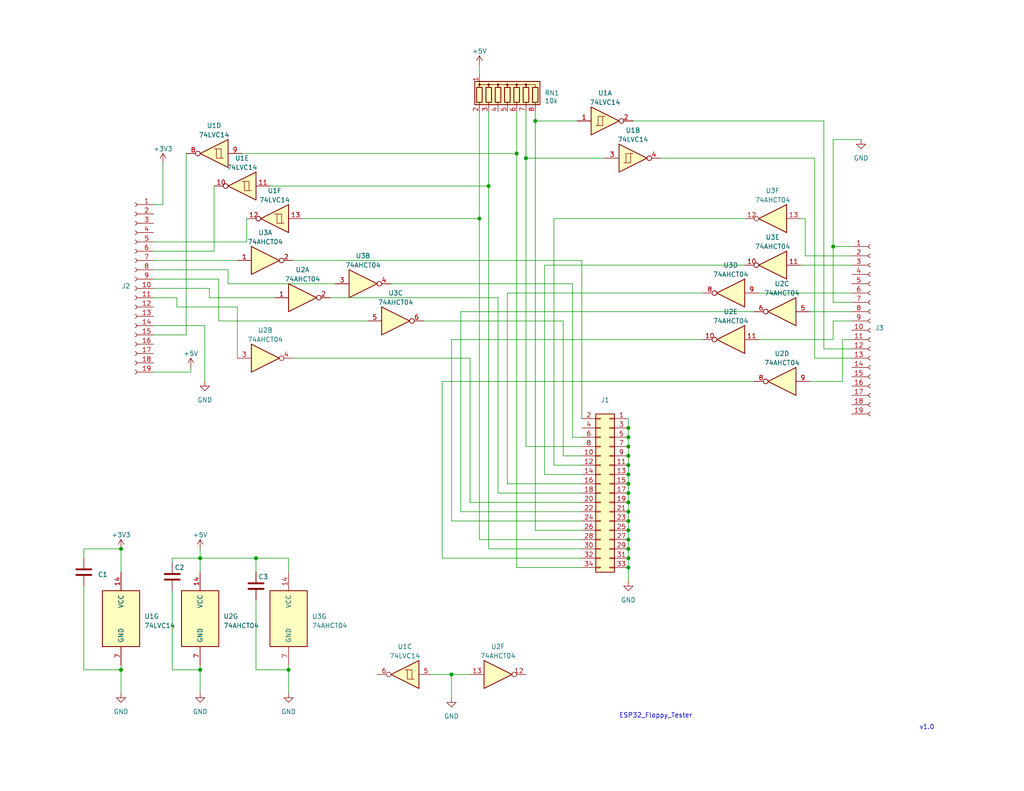
<source format=kicad_sch>
(kicad_sch (version 20230121) (generator eeschema)
  (paper "USLetter")
  (lib_symbols
    (symbol "Connector:Conn_01x19_Socket" (pin_names (offset 1.016) hide)
      (property "Reference" "J" (at 0 25.4 0))
      (property "Value" "Conn_01x19_Socket" (at 0 -25.4 0))
      (symbol "Conn_01x19_Socket_1_1"
        (arc (start 0 -22.352) (mid -0.5058 -22.86) (end 0 -23.368) (stroke (width 0.1524)))
        (arc (start 0 -19.812) (mid -0.5058 -20.32) (end 0 -20.828) (stroke (width 0.1524)))
        (arc (start 0 -17.272) (mid -0.5058 -17.78) (end 0 -18.288) (stroke (width 0.1524)))
        (arc (start 0 -14.732) (mid -0.5058 -15.24) (end 0 -15.748) (stroke (width 0.1524)))
        (arc (start 0 -12.192) (mid -0.5058 -12.7) (end 0 -13.208) (stroke (width 0.1524)))
        (arc (start 0 -9.652) (mid -0.5058 -10.16) (end 0 -10.668) (stroke (width 0.1524)))
        (arc (start 0 -7.112) (mid -0.5058 -7.62) (end 0 -8.128) (stroke (width 0.1524)))
        (arc (start 0 -4.572) (mid -0.5058 -5.08) (end 0 -5.588) (stroke (width 0.1524)))
        (arc (start 0 -2.032) (mid -0.5058 -2.54) (end 0 -3.048) (stroke (width 0.1524)))
        (polyline (pts (xy -1.27 -22.86) (xy -0.508 -22.86)) (stroke (width 0.1524)))
        (polyline (pts (xy -1.27 -20.32) (xy -0.508 -20.32)) (stroke (width 0.1524)))
        (polyline (pts (xy -1.27 -17.78) (xy -0.508 -17.78)) (stroke (width 0.1524)))
        (polyline (pts (xy -1.27 -15.24) (xy -0.508 -15.24)) (stroke (width 0.1524)))
        (polyline (pts (xy -1.27 -12.7) (xy -0.508 -12.7)) (stroke (width 0.1524)))
        (polyline (pts (xy -1.27 -10.16) (xy -0.508 -10.16)) (stroke (width 0.1524)))
        (polyline (pts (xy -1.27 -7.62) (xy -0.508 -7.62)) (stroke (width 0.1524)))
        (polyline (pts (xy -1.27 -5.08) (xy -0.508 -5.08)) (stroke (width 0.1524)))
        (polyline (pts (xy -1.27 -2.54) (xy -0.508 -2.54)) (stroke (width 0.1524)))
        (polyline (pts (xy -1.27 0) (xy -0.508 0)) (stroke (width 0.1524)))
        (polyline (pts (xy -1.27 2.54) (xy -0.508 2.54)) (stroke (width 0.1524)))
        (polyline (pts (xy -1.27 5.08) (xy -0.508 5.08)) (stroke (width 0.1524)))
        (polyline (pts (xy -1.27 7.62) (xy -0.508 7.62)) (stroke (width 0.1524)))
        (polyline (pts (xy -1.27 10.16) (xy -0.508 10.16)) (stroke (width 0.1524)))
        (polyline (pts (xy -1.27 12.7) (xy -0.508 12.7)) (stroke (width 0.1524)))
        (polyline (pts (xy -1.27 15.24) (xy -0.508 15.24)) (stroke (width 0.1524)))
        (polyline (pts (xy -1.27 17.78) (xy -0.508 17.78)) (stroke (width 0.1524)))
        (polyline (pts (xy -1.27 20.32) (xy -0.508 20.32)) (stroke (width 0.1524)))
        (polyline (pts (xy -1.27 22.86) (xy -0.508 22.86)) (stroke (width 0.1524)))
        (arc (start 0 0.508) (mid -0.5058 0) (end 0 -0.508) (stroke (width 0.1524)))
        (arc (start 0 3.048) (mid -0.5058 2.54) (end 0 2.032) (stroke (width 0.1524)))
        (arc (start 0 5.588) (mid -0.5058 5.08) (end 0 4.572) (stroke (width 0.1524)))
        (arc (start 0 8.128) (mid -0.5058 7.62) (end 0 7.112) (stroke (width 0.1524)))
        (arc (start 0 10.668) (mid -0.5058 10.16) (end 0 9.652) (stroke (width 0.1524)))
        (arc (start 0 13.208) (mid -0.5058 12.7) (end 0 12.192) (stroke (width 0.1524)))
        (arc (start 0 15.748) (mid -0.5058 15.24) (end 0 14.732) (stroke (width 0.1524)))
        (arc (start 0 18.288) (mid -0.5058 17.78) (end 0 17.272) (stroke (width 0.1524)))
        (arc (start 0 20.828) (mid -0.5058 20.32) (end 0 19.812) (stroke (width 0.1524)))
        (arc (start 0 23.368) (mid -0.5058 22.86) (end 0 22.352) (stroke (width 0.1524)))
        (pin passive line (at -5.08 22.86 0) (length 3.81) (name "Pin_1") (number "1"))
        (pin passive line (at -5.08 0 0) (length 3.81) (name "Pin_10") (number "10"))
        (pin passive line (at -5.08 -2.54 0) (length 3.81) (name "Pin_11") (number "11"))
        (pin passive line (at -5.08 -5.08 0) (length 3.81) (name "Pin_12") (number "12"))
        (pin passive line (at -5.08 -7.62 0) (length 3.81) (name "Pin_13") (number "13"))
        (pin passive line (at -5.08 -10.16 0) (length 3.81) (name "Pin_14") (number "14"))
        (pin passive line (at -5.08 -12.7 0) (length 3.81) (name "Pin_15") (number "15"))
        (pin passive line (at -5.08 -15.24 0) (length 3.81) (name "Pin_16") (number "16"))
        (pin passive line (at -5.08 -17.78 0) (length 3.81) (name "Pin_17") (number "17"))
        (pin passive line (at -5.08 -20.32 0) (length 3.81) (name "Pin_18") (number "18"))
        (pin passive line (at -5.08 -22.86 0) (length 3.81) (name "Pin_19") (number "19"))
        (pin passive line (at -5.08 20.32 0) (length 3.81) (name "Pin_2") (number "2"))
        (pin passive line (at -5.08 17.78 0) (length 3.81) (name "Pin_3") (number "3"))
        (pin passive line (at -5.08 15.24 0) (length 3.81) (name "Pin_4") (number "4"))
        (pin passive line (at -5.08 12.7 0) (length 3.81) (name "Pin_5") (number "5"))
        (pin passive line (at -5.08 10.16 0) (length 3.81) (name "Pin_6") (number "6"))
        (pin passive line (at -5.08 7.62 0) (length 3.81) (name "Pin_7") (number "7"))
        (pin passive line (at -5.08 5.08 0) (length 3.81) (name "Pin_8") (number "8"))
        (pin passive line (at -5.08 2.54 0) (length 3.81) (name "Pin_9") (number "9"))
      )
    )
    (symbol "Connector_Generic:Conn_02x17_Odd_Even" (pin_names (offset 1.016) hide)
      (property "Reference" "J" (at 1.27 22.86 0))
      (property "Value" "Conn_02x17_Odd_Even" (at 1.27 -22.86 0))
      (symbol "Conn_02x17_Odd_Even_1_1"
        (rectangle (start -1.27 -20.193) (end 0 -20.447) (stroke (width 0.1524)))
        (rectangle (start -1.27 -17.653) (end 0 -17.907) (stroke (width 0.1524)))
        (rectangle (start -1.27 -15.113) (end 0 -15.367) (stroke (width 0.1524)))
        (rectangle (start -1.27 -12.573) (end 0 -12.827) (stroke (width 0.1524)))
        (rectangle (start -1.27 -10.033) (end 0 -10.287) (stroke (width 0.1524)))
        (rectangle (start -1.27 -7.493) (end 0 -7.747) (stroke (width 0.1524)))
        (rectangle (start -1.27 -4.953) (end 0 -5.207) (stroke (width 0.1524)))
        (rectangle (start -1.27 -2.413) (end 0 -2.667) (stroke (width 0.1524)))
        (rectangle (start -1.27 0.127) (end 0 -0.127) (stroke (width 0.1524)))
        (rectangle (start -1.27 2.667) (end 0 2.413) (stroke (width 0.1524)))
        (rectangle (start -1.27 5.207) (end 0 4.953) (stroke (width 0.1524)))
        (rectangle (start -1.27 7.747) (end 0 7.493) (stroke (width 0.1524)))
        (rectangle (start -1.27 10.287) (end 0 10.033) (stroke (width 0.1524)))
        (rectangle (start -1.27 12.827) (end 0 12.573) (stroke (width 0.1524)))
        (rectangle (start -1.27 15.367) (end 0 15.113) (stroke (width 0.1524)))
        (rectangle (start -1.27 17.907) (end 0 17.653) (stroke (width 0.1524)))
        (rectangle (start -1.27 20.447) (end 0 20.193) (stroke (width 0.1524)))
        (rectangle (start -1.27 21.59) (end 3.81 -21.59) (stroke (width 0.254)) (fill (type background)))
        (rectangle (start 3.81 -20.193) (end 2.54 -20.447) (stroke (width 0.1524)))
        (rectangle (start 3.81 -17.653) (end 2.54 -17.907) (stroke (width 0.1524)))
        (rectangle (start 3.81 -15.113) (end 2.54 -15.367) (stroke (width 0.1524)))
        (rectangle (start 3.81 -12.573) (end 2.54 -12.827) (stroke (width 0.1524)))
        (rectangle (start 3.81 -10.033) (end 2.54 -10.287) (stroke (width 0.1524)))
        (rectangle (start 3.81 -7.493) (end 2.54 -7.747) (stroke (width 0.1524)))
        (rectangle (start 3.81 -4.953) (end 2.54 -5.207) (stroke (width 0.1524)))
        (rectangle (start 3.81 -2.413) (end 2.54 -2.667) (stroke (width 0.1524)))
        (rectangle (start 3.81 0.127) (end 2.54 -0.127) (stroke (width 0.1524)))
        (rectangle (start 3.81 2.667) (end 2.54 2.413) (stroke (width 0.1524)))
        (rectangle (start 3.81 5.207) (end 2.54 4.953) (stroke (width 0.1524)))
        (rectangle (start 3.81 7.747) (end 2.54 7.493) (stroke (width 0.1524)))
        (rectangle (start 3.81 10.287) (end 2.54 10.033) (stroke (width 0.1524)))
        (rectangle (start 3.81 12.827) (end 2.54 12.573) (stroke (width 0.1524)))
        (rectangle (start 3.81 15.367) (end 2.54 15.113) (stroke (width 0.1524)))
        (rectangle (start 3.81 17.907) (end 2.54 17.653) (stroke (width 0.1524)))
        (rectangle (start 3.81 20.447) (end 2.54 20.193) (stroke (width 0.1524)))
        (pin passive line (at -5.08 20.32 0) (length 3.81) (name "Pin_1") (number "1"))
        (pin passive line (at 7.62 10.16 180) (length 3.81) (name "Pin_10") (number "10"))
        (pin passive line (at -5.08 7.62 0) (length 3.81) (name "Pin_11") (number "11"))
        (pin passive line (at 7.62 7.62 180) (length 3.81) (name "Pin_12") (number "12"))
        (pin passive line (at -5.08 5.08 0) (length 3.81) (name "Pin_13") (number "13"))
        (pin passive line (at 7.62 5.08 180) (length 3.81) (name "Pin_14") (number "14"))
        (pin passive line (at -5.08 2.54 0) (length 3.81) (name "Pin_15") (number "15"))
        (pin passive line (at 7.62 2.54 180) (length 3.81) (name "Pin_16") (number "16"))
        (pin passive line (at -5.08 0 0) (length 3.81) (name "Pin_17") (number "17"))
        (pin passive line (at 7.62 0 180) (length 3.81) (name "Pin_18") (number "18"))
        (pin passive line (at -5.08 -2.54 0) (length 3.81) (name "Pin_19") (number "19"))
        (pin passive line (at 7.62 20.32 180) (length 3.81) (name "Pin_2") (number "2"))
        (pin passive line (at 7.62 -2.54 180) (length 3.81) (name "Pin_20") (number "20"))
        (pin passive line (at -5.08 -5.08 0) (length 3.81) (name "Pin_21") (number "21"))
        (pin passive line (at 7.62 -5.08 180) (length 3.81) (name "Pin_22") (number "22"))
        (pin passive line (at -5.08 -7.62 0) (length 3.81) (name "Pin_23") (number "23"))
        (pin passive line (at 7.62 -7.62 180) (length 3.81) (name "Pin_24") (number "24"))
        (pin passive line (at -5.08 -10.16 0) (length 3.81) (name "Pin_25") (number "25"))
        (pin passive line (at 7.62 -10.16 180) (length 3.81) (name "Pin_26") (number "26"))
        (pin passive line (at -5.08 -12.7 0) (length 3.81) (name "Pin_27") (number "27"))
        (pin passive line (at 7.62 -12.7 180) (length 3.81) (name "Pin_28") (number "28"))
        (pin passive line (at -5.08 -15.24 0) (length 3.81) (name "Pin_29") (number "29"))
        (pin passive line (at -5.08 17.78 0) (length 3.81) (name "Pin_3") (number "3"))
        (pin passive line (at 7.62 -15.24 180) (length 3.81) (name "Pin_30") (number "30"))
        (pin passive line (at -5.08 -17.78 0) (length 3.81) (name "Pin_31") (number "31"))
        (pin passive line (at 7.62 -17.78 180) (length 3.81) (name "Pin_32") (number "32"))
        (pin passive line (at -5.08 -20.32 0) (length 3.81) (name "Pin_33") (number "33"))
        (pin passive line (at 7.62 -20.32 180) (length 3.81) (name "Pin_34") (number "34"))
        (pin passive line (at 7.62 17.78 180) (length 3.81) (name "Pin_4") (number "4"))
        (pin passive line (at -5.08 15.24 0) (length 3.81) (name "Pin_5") (number "5"))
        (pin passive line (at 7.62 15.24 180) (length 3.81) (name "Pin_6") (number "6"))
        (pin passive line (at -5.08 12.7 0) (length 3.81) (name "Pin_7") (number "7"))
        (pin passive line (at 7.62 12.7 180) (length 3.81) (name "Pin_8") (number "8"))
        (pin passive line (at -5.08 10.16 0) (length 3.81) (name "Pin_9") (number "9"))
      )
    )
    (symbol "Device:C" (pin_numbers hide) (pin_names (offset 0.254))
      (property "Reference" "C" (at 0.635 2.54 0))
      (property "Value" "C" (at 0.635 -2.54 0))
      (symbol "C_0_1"
        (polyline (pts (xy -2.032 -0.762) (xy 2.032 -0.762)) (stroke (width 0.508)))
        (polyline (pts (xy -2.032 0.762) (xy 2.032 0.762)) (stroke (width 0.508)))
      )
      (symbol "C_1_1"
        (pin passive line (at 0 3.81 270) (length 2.794) (name "~") (number "1"))
        (pin passive line (at 0 -3.81 90) (length 2.794) (name "~") (number "2"))
      )
    )
    (symbol "Device:R_Network07" (pin_names (offset 0) hide)
      (property "Reference" "RN" (at -10.16 0 90))
      (property "Value" "R_Network07" (at 10.16 0 90))
      (symbol "R_Network07_0_1"
        (rectangle (start -8.89 -3.175) (end 8.89 3.175) (stroke (width 0.254)) (fill (type background)))
        (rectangle (start -8.382 1.524) (end -6.858 -2.54) (stroke (width 0.254)))
        (circle (center -7.62 2.286) (radius 0.254) (fill (type outline)))
        (rectangle (start -5.842 1.524) (end -4.318 -2.54) (stroke (width 0.254)))
        (circle (center -5.08 2.286) (radius 0.254) (fill (type outline)))
        (rectangle (start -3.302 1.524) (end -1.778 -2.54) (stroke (width 0.254)))
        (circle (center -2.54 2.286) (radius 0.254) (fill (type outline)))
        (rectangle (start -0.762 1.524) (end 0.762 -2.54) (stroke (width 0.254)))
        (polyline (pts (xy -7.62 -2.54) (xy -7.62 -3.81)))
        (polyline (pts (xy -5.08 -2.54) (xy -5.08 -3.81)))
        (polyline (pts (xy -2.54 -2.54) (xy -2.54 -3.81)))
        (polyline (pts (xy 0 -2.54) (xy 0 -3.81)))
        (polyline (pts (xy 2.54 -2.54) (xy 2.54 -3.81)))
        (polyline (pts (xy 5.08 -2.54) (xy 5.08 -3.81)))
        (polyline (pts (xy 7.62 -2.54) (xy 7.62 -3.81)))
        (polyline (pts (xy -7.62 1.524) (xy -7.62 2.286) (xy -5.08 2.286) (xy -5.08 1.524)))
        (polyline (pts (xy -5.08 1.524) (xy -5.08 2.286) (xy -2.54 2.286) (xy -2.54 1.524)))
        (polyline (pts (xy -2.54 1.524) (xy -2.54 2.286) (xy 0 2.286) (xy 0 1.524)))
        (polyline (pts (xy 0 1.524) (xy 0 2.286) (xy 2.54 2.286) (xy 2.54 1.524)))
        (polyline (pts (xy 2.54 1.524) (xy 2.54 2.286) (xy 5.08 2.286) (xy 5.08 1.524)))
        (polyline (pts (xy 5.08 1.524) (xy 5.08 2.286) (xy 7.62 2.286) (xy 7.62 1.524)))
        (circle (center 0 2.286) (radius 0.254) (fill (type outline)))
        (rectangle (start 1.778 1.524) (end 3.302 -2.54) (stroke (width 0.254)))
        (circle (center 2.54 2.286) (radius 0.254) (fill (type outline)))
        (rectangle (start 4.318 1.524) (end 5.842 -2.54) (stroke (width 0.254)))
        (circle (center 5.08 2.286) (radius 0.254) (fill (type outline)))
        (rectangle (start 6.858 1.524) (end 8.382 -2.54) (stroke (width 0.254)))
      )
      (symbol "R_Network07_1_1"
        (pin passive line (at -7.62 5.08 270) (length 2.54) (name "common") (number "1"))
        (pin passive line (at -7.62 -5.08 90) (length 1.27) (name "R1") (number "2"))
        (pin passive line (at -5.08 -5.08 90) (length 1.27) (name "R2") (number "3"))
        (pin passive line (at -2.54 -5.08 90) (length 1.27) (name "R3") (number "4"))
        (pin passive line (at 0 -5.08 90) (length 1.27) (name "R4") (number "5"))
        (pin passive line (at 2.54 -5.08 90) (length 1.27) (name "R5") (number "6"))
        (pin passive line (at 5.08 -5.08 90) (length 1.27) (name "R6") (number "7"))
        (pin passive line (at 7.62 -5.08 90) (length 1.27) (name "R7") (number "8"))
      )
    )
    (symbol "_RG_Library:74AHCT04" (pin_names (offset 1.016))
      (property "Reference" "U" (at 0 1.27 0))
      (property "Value" "74AHCT04" (at 0 -1.27 0))
      (symbol "74AHCT04_1_0"
        (polyline (pts (xy -3.81 3.81) (xy -3.81 -3.81) (xy 3.81 0) (xy -3.81 3.81)) (stroke (width 0.254)) (fill (type background)))
        (pin input line (at -7.62 0 0) (length 3.81) (name "~") (number "1"))
        (pin output inverted (at 7.62 0 180) (length 3.81) (name "~") (number "2"))
      )
      (symbol "74AHCT04_2_0"
        (polyline (pts (xy -3.81 3.81) (xy -3.81 -3.81) (xy 3.81 0) (xy -3.81 3.81)) (stroke (width 0.254)) (fill (type background)))
        (pin input line (at -7.62 0 0) (length 3.81) (name "~") (number "3"))
        (pin output inverted (at 7.62 0 180) (length 3.81) (name "~") (number "4"))
      )
      (symbol "74AHCT04_3_0"
        (polyline (pts (xy -3.81 3.81) (xy -3.81 -3.81) (xy 3.81 0) (xy -3.81 3.81)) (stroke (width 0.254)) (fill (type background)))
        (pin input line (at -7.62 0 0) (length 3.81) (name "~") (number "5"))
        (pin output inverted (at 7.62 0 180) (length 3.81) (name "~") (number "6"))
      )
      (symbol "74AHCT04_4_0"
        (polyline (pts (xy -3.81 3.81) (xy -3.81 -3.81) (xy 3.81 0) (xy -3.81 3.81)) (stroke (width 0.254)) (fill (type background)))
        (pin output inverted (at 7.62 0 180) (length 3.81) (name "~") (number "8"))
        (pin input line (at -7.62 0 0) (length 3.81) (name "~") (number "9"))
      )
      (symbol "74AHCT04_5_0"
        (polyline (pts (xy -3.81 3.81) (xy -3.81 -3.81) (xy 3.81 0) (xy -3.81 3.81)) (stroke (width 0.254)) (fill (type background)))
        (pin output inverted (at 7.62 0 180) (length 3.81) (name "~") (number "10"))
        (pin input line (at -7.62 0 0) (length 3.81) (name "~") (number "11"))
      )
      (symbol "74AHCT04_6_0"
        (polyline (pts (xy -3.81 3.81) (xy -3.81 -3.81) (xy 3.81 0) (xy -3.81 3.81)) (stroke (width 0.254)) (fill (type background)))
        (pin output inverted (at 7.62 0 180) (length 3.81) (name "~") (number "12"))
        (pin input line (at -7.62 0 0) (length 3.81) (name "~") (number "13"))
      )
      (symbol "74AHCT04_7_0"
        (pin power_in line (at 0 12.7 270) (length 5.08) (name "VCC") (number "14"))
        (pin power_in line (at 0 -12.7 90) (length 5.08) (name "GND") (number "7"))
      )
      (symbol "74AHCT04_7_1"
        (rectangle (start -5.08 7.62) (end 5.08 -7.62) (stroke (width 0.254)) (fill (type background)))
      )
    )
    (symbol "_RG_Library:74LVC14" (pin_names (offset 1.016))
      (property "Reference" "U" (at 0 1.27 0))
      (property "Value" "74LVC14" (at 0 -1.27 0))
      (symbol "74LVC14_1_0"
        (polyline (pts (xy -3.81 3.81) (xy -3.81 -3.81) (xy 3.81 0) (xy -3.81 3.81)) (stroke (width 0.254)) (fill (type background)))
        (pin input line (at -7.62 0 0) (length 3.81) (name "~") (number "1"))
        (pin output inverted (at 7.62 0 180) (length 3.81) (name "~") (number "2"))
      )
      (symbol "74LVC14_1_1"
        (polyline (pts (xy -1.905 -1.27) (xy -1.905 1.27) (xy -0.635 1.27)))
        (polyline (pts (xy -2.54 -1.27) (xy -0.635 -1.27) (xy -0.635 1.27) (xy 0 1.27)))
      )
      (symbol "74LVC14_2_0"
        (polyline (pts (xy -3.81 3.81) (xy -3.81 -3.81) (xy 3.81 0) (xy -3.81 3.81)) (stroke (width 0.254)) (fill (type background)))
        (pin input line (at -7.62 0 0) (length 3.81) (name "~") (number "3"))
        (pin output inverted (at 7.62 0 180) (length 3.81) (name "~") (number "4"))
      )
      (symbol "74LVC14_2_1"
        (polyline (pts (xy -1.905 -1.27) (xy -1.905 1.27) (xy -0.635 1.27)))
        (polyline (pts (xy -2.54 -1.27) (xy -0.635 -1.27) (xy -0.635 1.27) (xy 0 1.27)))
      )
      (symbol "74LVC14_3_0"
        (polyline (pts (xy -3.81 3.81) (xy -3.81 -3.81) (xy 3.81 0) (xy -3.81 3.81)) (stroke (width 0.254)) (fill (type background)))
        (pin input line (at -7.62 0 0) (length 3.81) (name "~") (number "5"))
        (pin output inverted (at 7.62 0 180) (length 3.81) (name "~") (number "6"))
      )
      (symbol "74LVC14_3_1"
        (polyline (pts (xy -1.905 -1.27) (xy -1.905 1.27) (xy -0.635 1.27)))
        (polyline (pts (xy -2.54 -1.27) (xy -0.635 -1.27) (xy -0.635 1.27) (xy 0 1.27)))
      )
      (symbol "74LVC14_4_0"
        (polyline (pts (xy -3.81 3.81) (xy -3.81 -3.81) (xy 3.81 0) (xy -3.81 3.81)) (stroke (width 0.254)) (fill (type background)))
        (pin output inverted (at 7.62 0 180) (length 3.81) (name "~") (number "8"))
        (pin input line (at -7.62 0 0) (length 3.81) (name "~") (number "9"))
      )
      (symbol "74LVC14_4_1"
        (polyline (pts (xy -1.905 -1.27) (xy -1.905 1.27) (xy -0.635 1.27)))
        (polyline (pts (xy -2.54 -1.27) (xy -0.635 -1.27) (xy -0.635 1.27) (xy 0 1.27)))
      )
      (symbol "74LVC14_5_0"
        (polyline (pts (xy -3.81 3.81) (xy -3.81 -3.81) (xy 3.81 0) (xy -3.81 3.81)) (stroke (width 0.254)) (fill (type background)))
        (pin output inverted (at 7.62 0 180) (length 3.81) (name "~") (number "10"))
        (pin input line (at -7.62 0 0) (length 3.81) (name "~") (number "11"))
      )
      (symbol "74LVC14_5_1"
        (polyline (pts (xy -1.905 -1.27) (xy -1.905 1.27) (xy -0.635 1.27)))
        (polyline (pts (xy -2.54 -1.27) (xy -0.635 -1.27) (xy -0.635 1.27) (xy 0 1.27)))
      )
      (symbol "74LVC14_6_0"
        (polyline (pts (xy -3.81 3.81) (xy -3.81 -3.81) (xy 3.81 0) (xy -3.81 3.81)) (stroke (width 0.254)) (fill (type background)))
        (pin output inverted (at 7.62 0 180) (length 3.81) (name "~") (number "12"))
        (pin input line (at -7.62 0 0) (length 3.81) (name "~") (number "13"))
      )
      (symbol "74LVC14_6_1"
        (polyline (pts (xy -1.905 -1.27) (xy -1.905 1.27) (xy -0.635 1.27)))
        (polyline (pts (xy -2.54 -1.27) (xy -0.635 -1.27) (xy -0.635 1.27) (xy 0 1.27)))
      )
      (symbol "74LVC14_7_0"
        (pin power_in line (at 0 12.7 270) (length 5.08) (name "VCC") (number "14"))
        (pin power_in line (at 0 -12.7 90) (length 5.08) (name "GND") (number "7"))
      )
      (symbol "74LVC14_7_1"
        (rectangle (start -5.08 7.62) (end 5.08 -7.62) (stroke (width 0.254)) (fill (type background)))
      )
    )
    (symbol "power:+3V3" (power) (pin_names (offset 0))
      (property "Value" "+3V3" (at 0 3.556 0))
      (symbol "+3V3_0_1"
        (polyline (pts (xy -0.762 1.27) (xy 0 2.54)))
        (polyline (pts (xy 0 0) (xy 0 2.54)))
        (polyline (pts (xy 0 2.54) (xy 0.762 1.27)))
      )
      (symbol "+3V3_1_1"
        (pin power_in line (at 0 0 90) (length 0) hide (name "+3V3") (number "1"))
      )
    )
    (symbol "power:+5V" (power) (pin_names (offset 0))
      (property "Value" "+5V" (at 0 3.556 0))
      (symbol "+5V_0_1"
        (polyline (pts (xy -0.762 1.27) (xy 0 2.54)))
        (polyline (pts (xy 0 0) (xy 0 2.54)))
        (polyline (pts (xy 0 2.54) (xy 0.762 1.27)))
      )
      (symbol "+5V_1_1"
        (pin power_in line (at 0 0 90) (length 0) hide (name "+5V") (number "1"))
      )
    )
    (symbol "power:GND" (power) (pin_names (offset 0))
      (property "Value" "GND" (at 0 -3.81 0))
      (symbol "GND_0_1"
        (polyline (pts (xy 0 0) (xy 0 -1.27) (xy 1.27 -1.27) (xy 0 -2.54) (xy -1.27 -1.27) (xy 0 -1.27)))
      )
      (symbol "GND_1_1"
        (pin power_in line (at 0 0 270) (length 0) hide (name "GND") (number "1"))
      )
    )
  )
  (junction (at 133.35 50.8))
  (junction (at 171.45 139.7))
  (junction (at 33.02 182.88))
  (junction (at 171.45 137.16))
  (junction (at 171.45 142.24))
  (junction (at 171.45 154.94))
  (junction (at 171.45 121.92))
  (junction (at 171.45 134.62))
  (junction (at 171.45 152.4))
  (junction (at 171.45 129.54))
  (junction (at 171.45 149.86))
  (junction (at 171.45 132.08))
  (junction (at 140.97 41.91))
  (junction (at 171.45 116.84))
  (junction (at 146.05 33.02))
  (junction (at 171.45 144.78))
  (junction (at 69.85 152.4))
  (junction (at 171.45 124.46))
  (junction (at 33.02 149.86))
  (junction (at 54.61 152.4))
  (junction (at 171.45 127))
  (junction (at 227.33 67.31))
  (junction (at 54.61 182.88))
  (junction (at 143.51 43.18))
  (junction (at 171.45 119.38))
  (junction (at 130.81 59.69))
  (junction (at 171.45 147.32))
  (junction (at 123.19 184.15))
  (junction (at 78.74 182.88))
  (wire (pts (xy 78.74 182.88) (xy 78.74 189.23)))
  (wire (pts (xy 227.33 87.63) (xy 232.41 87.63)))
  (wire (pts (xy 171.45 149.86) (xy 171.45 152.4)))
  (wire (pts (xy 123.19 184.15) (xy 123.19 190.5)))
  (wire (pts (xy 52.07 101.6) (xy 52.07 100.33)))
  (wire (pts (xy 67.31 66.04) (xy 41.91 66.04)))
  (wire (pts (xy 106.68 77.47) (xy 156.21 77.47)))
  (wire (pts (xy 123.19 184.15) (xy 128.27 184.15)))
  (wire (pts (xy 232.41 92.71) (xy 229.87 92.71)))
  (wire (pts (xy 151.13 127) (xy 158.75 127)))
  (wire (pts (xy 227.33 67.31) (xy 227.33 82.55)))
  (wire (pts (xy 78.74 152.4) (xy 69.85 152.4)))
  (wire (pts (xy 120.65 104.14) (xy 120.65 152.4)))
  (wire (pts (xy 138.43 80.01) (xy 138.43 132.08)))
  (wire (pts (xy 50.8 41.91) (xy 50.8 91.44)))
  (wire (pts (xy 44.45 44.45) (xy 44.45 55.88)))
  (wire (pts (xy 80.01 71.12) (xy 158.75 71.12)))
  (wire (pts (xy 146.05 144.78) (xy 146.05 33.02)))
  (wire (pts (xy 171.45 116.84) (xy 171.45 119.38)))
  (wire (pts (xy 82.55 59.69) (xy 130.81 59.69)))
  (wire (pts (xy 125.73 139.7) (xy 158.75 139.7)))
  (wire (pts (xy 130.81 30.48) (xy 130.81 59.69)))
  (wire (pts (xy 140.97 41.91) (xy 140.97 154.94)))
  (wire (pts (xy 171.45 152.4) (xy 171.45 154.94)))
  (wire (pts (xy 171.45 124.46) (xy 171.45 127)))
  (wire (pts (xy 191.77 80.01) (xy 138.43 80.01)))
  (wire (pts (xy 143.51 30.48) (xy 143.51 43.18)))
  (wire (pts (xy 171.45 147.32) (xy 171.45 149.86)))
  (wire (pts (xy 171.45 114.3) (xy 171.45 116.84)))
  (wire (pts (xy 44.45 55.88) (xy 41.91 55.88)))
  (wire (pts (xy 64.77 83.82) (xy 48.26 83.82)))
  (wire (pts (xy 120.65 152.4) (xy 158.75 152.4)))
  (wire (pts (xy 22.86 182.88) (xy 33.02 182.88)))
  (wire (pts (xy 80.01 97.79) (xy 128.27 97.79)))
  (wire (pts (xy 135.89 134.62) (xy 158.75 134.62)))
  (wire (pts (xy 219.71 69.85) (xy 232.41 69.85)))
  (wire (pts (xy 41.91 71.12) (xy 64.77 71.12)))
  (wire (pts (xy 118.11 184.15) (xy 123.19 184.15)))
  (wire (pts (xy 224.79 33.02) (xy 224.79 95.25)))
  (wire (pts (xy 158.75 144.78) (xy 146.05 144.78)))
  (wire (pts (xy 74.93 81.28) (xy 57.15 81.28)))
  (wire (pts (xy 171.45 137.16) (xy 171.45 139.7)))
  (wire (pts (xy 180.34 43.18) (xy 222.25 43.18)))
  (wire (pts (xy 59.69 76.2) (xy 41.91 76.2)))
  (wire (pts (xy 130.81 59.69) (xy 130.81 147.32)))
  (wire (pts (xy 57.15 81.28) (xy 57.15 78.74)))
  (wire (pts (xy 207.01 92.71) (xy 227.33 92.71)))
  (wire (pts (xy 203.2 59.69) (xy 151.13 59.69)))
  (wire (pts (xy 46.99 161.29) (xy 46.99 182.88)))
  (wire (pts (xy 224.79 95.25) (xy 232.41 95.25)))
  (wire (pts (xy 128.27 97.79) (xy 128.27 137.16)))
  (wire (pts (xy 191.77 92.71) (xy 123.19 92.71)))
  (wire (pts (xy 100.33 87.63) (xy 59.69 87.63)))
  (wire (pts (xy 69.85 152.4) (xy 54.61 152.4)))
  (wire (pts (xy 90.17 81.28) (xy 135.89 81.28)))
  (wire (pts (xy 48.26 81.28) (xy 41.91 81.28)))
  (wire (pts (xy 22.86 152.4) (xy 22.86 149.86)))
  (wire (pts (xy 171.45 144.78) (xy 171.45 147.32)))
  (wire (pts (xy 62.23 73.66) (xy 41.91 73.66)))
  (wire (pts (xy 64.77 97.79) (xy 64.77 83.82)))
  (wire (pts (xy 158.75 121.92) (xy 143.51 121.92)))
  (wire (pts (xy 50.8 91.44) (xy 41.91 91.44)))
  (wire (pts (xy 222.25 97.79) (xy 232.41 97.79)))
  (wire (pts (xy 232.41 80.01) (xy 207.01 80.01)))
  (wire (pts (xy 148.59 72.39) (xy 148.59 129.54)))
  (wire (pts (xy 171.45 129.54) (xy 171.45 132.08)))
  (wire (pts (xy 66.04 41.91) (xy 140.97 41.91)))
  (wire (pts (xy 41.91 88.9) (xy 55.88 88.9)))
  (wire (pts (xy 140.97 30.48) (xy 140.97 41.91)))
  (wire (pts (xy 171.45 119.38) (xy 171.45 121.92)))
  (wire (pts (xy 46.99 153.67) (xy 46.99 152.4)))
  (wire (pts (xy 227.33 38.1) (xy 234.95 38.1)))
  (wire (pts (xy 157.48 33.02) (xy 146.05 33.02)))
  (wire (pts (xy 229.87 104.14) (xy 220.98 104.14)))
  (wire (pts (xy 125.73 85.09) (xy 205.74 85.09)))
  (wire (pts (xy 218.44 72.39) (xy 232.41 72.39)))
  (wire (pts (xy 232.41 82.55) (xy 227.33 82.55)))
  (wire (pts (xy 138.43 132.08) (xy 158.75 132.08)))
  (wire (pts (xy 135.89 81.28) (xy 135.89 134.62)))
  (wire (pts (xy 143.51 121.92) (xy 143.51 43.18)))
  (wire (pts (xy 62.23 77.47) (xy 62.23 73.66)))
  (wire (pts (xy 69.85 152.4) (xy 69.85 156.21)))
  (wire (pts (xy 67.31 59.69) (xy 67.31 66.04)))
  (wire (pts (xy 69.85 163.83) (xy 69.85 182.88)))
  (wire (pts (xy 171.45 139.7) (xy 171.45 142.24)))
  (wire (pts (xy 133.35 50.8) (xy 133.35 149.86)))
  (wire (pts (xy 133.35 30.48) (xy 133.35 50.8)))
  (wire (pts (xy 22.86 149.86) (xy 33.02 149.86)))
  (wire (pts (xy 156.21 119.38) (xy 158.75 119.38)))
  (wire (pts (xy 171.45 121.92) (xy 171.45 124.46)))
  (wire (pts (xy 78.74 156.21) (xy 78.74 152.4)))
  (wire (pts (xy 33.02 149.86) (xy 33.02 156.21)))
  (wire (pts (xy 48.26 83.82) (xy 48.26 81.28)))
  (wire (pts (xy 151.13 59.69) (xy 151.13 127)))
  (wire (pts (xy 59.69 87.63) (xy 59.69 76.2)))
  (wire (pts (xy 148.59 129.54) (xy 158.75 129.54)))
  (wire (pts (xy 158.75 71.12) (xy 158.75 114.3)))
  (wire (pts (xy 54.61 182.88) (xy 54.61 189.23)))
  (wire (pts (xy 232.41 67.31) (xy 227.33 67.31)))
  (wire (pts (xy 227.33 92.71) (xy 227.33 87.63)))
  (wire (pts (xy 171.45 127) (xy 171.45 129.54)))
  (wire (pts (xy 153.67 124.46) (xy 158.75 124.46)))
  (wire (pts (xy 46.99 152.4) (xy 54.61 152.4)))
  (wire (pts (xy 33.02 182.88) (xy 33.02 189.23)))
  (wire (pts (xy 58.42 50.8) (xy 58.42 68.58)))
  (wire (pts (xy 54.61 152.4) (xy 54.61 156.21)))
  (wire (pts (xy 55.88 88.9) (xy 55.88 104.14)))
  (wire (pts (xy 165.1 43.18) (xy 143.51 43.18)))
  (wire (pts (xy 222.25 43.18) (xy 222.25 97.79)))
  (wire (pts (xy 130.81 17.78) (xy 130.81 20.32)))
  (wire (pts (xy 158.75 147.32) (xy 130.81 147.32)))
  (wire (pts (xy 146.05 33.02) (xy 146.05 30.48)))
  (wire (pts (xy 128.27 137.16) (xy 158.75 137.16)))
  (wire (pts (xy 41.91 68.58) (xy 58.42 68.58)))
  (wire (pts (xy 33.02 181.61) (xy 33.02 182.88)))
  (wire (pts (xy 54.61 149.86) (xy 54.61 152.4)))
  (wire (pts (xy 171.45 142.24) (xy 171.45 144.78)))
  (wire (pts (xy 171.45 134.62) (xy 171.45 137.16)))
  (wire (pts (xy 229.87 92.71) (xy 229.87 104.14)))
  (wire (pts (xy 57.15 78.74) (xy 41.91 78.74)))
  (wire (pts (xy 171.45 154.94) (xy 171.45 158.75)))
  (wire (pts (xy 91.44 77.47) (xy 62.23 77.47)))
  (wire (pts (xy 78.74 181.61) (xy 78.74 182.88)))
  (wire (pts (xy 156.21 77.47) (xy 156.21 119.38)))
  (wire (pts (xy 153.67 87.63) (xy 153.67 124.46)))
  (wire (pts (xy 46.99 182.88) (xy 54.61 182.88)))
  (wire (pts (xy 171.45 132.08) (xy 171.45 134.62)))
  (wire (pts (xy 172.72 33.02) (xy 224.79 33.02)))
  (wire (pts (xy 227.33 38.1) (xy 227.33 67.31)))
  (wire (pts (xy 219.71 59.69) (xy 219.71 69.85)))
  (wire (pts (xy 158.75 154.94) (xy 140.97 154.94)))
  (wire (pts (xy 123.19 142.24) (xy 158.75 142.24)))
  (wire (pts (xy 73.66 50.8) (xy 133.35 50.8)))
  (wire (pts (xy 41.91 101.6) (xy 52.07 101.6)))
  (wire (pts (xy 218.44 59.69) (xy 219.71 59.69)))
  (wire (pts (xy 125.73 85.09) (xy 125.73 139.7)))
  (wire (pts (xy 115.57 87.63) (xy 153.67 87.63)))
  (wire (pts (xy 54.61 181.61) (xy 54.61 182.88)))
  (wire (pts (xy 203.2 72.39) (xy 148.59 72.39)))
  (wire (pts (xy 22.86 160.02) (xy 22.86 182.88)))
  (wire (pts (xy 123.19 92.71) (xy 123.19 142.24)))
  (wire (pts (xy 69.85 182.88) (xy 78.74 182.88)))
  (wire (pts (xy 220.98 85.09) (xy 232.41 85.09)))
  (wire (pts (xy 158.75 149.86) (xy 133.35 149.86)))
  (wire (pts (xy 205.74 104.14) (xy 120.65 104.14)))
  (text "ESP32_Floppy_Tester" (at 168.91 196.215 0) (effects (font (size 1.27 1.27)) (justify left bottom)))
  (text "v1.0" (at 250.825 199.39 0) (effects (font (size 1.27 1.27)) (justify left bottom)))
  (symbol (lib_id "Connector:Conn_01x19_Socket") (at 237.49 90.17 0) (unit 1)
    (property "Reference" "J3" (at 238.76 89.535 0) (effects (justify left)))
    (property "Value" "Conn_01x19_Socket" (effects hide))
    (property "Footprint" "Connector_PinSocket_2.54mm:PinSocket_1x19_P2.54mm_Vertical" (effects hide))
  )
  (symbol (lib_id "_RG_Library:74AHCT04") (at 199.39 80.01 0) (mirror y) (unit 4)
    (property "Reference" "U3" (at 199.39 72.39 0))
    (property "Value" "74AHCT04" (at 199.39 74.93 0))
    (property "Footprint" "Package_SO:SOIC-14_3.9x8.7mm_P1.27mm" (effects hide))
    (property "Datasheet" "https://www.ti.com/lit/ds/symlink/sn74ahct04.pdf" (effects hide))
  )
  (symbol (lib_id "Device:C") (at 22.86 156.21 0) (mirror x) (unit 1)
    (property "Reference" "C1" (at 26.67 156.845 0) (effects (justify left)))
    (property "Value" "0.1uF" (effects hide))
    (property "Footprint" "Capacitor_SMD:C_0805_2012Metric" (effects hide))
  )
  (symbol (lib_id "_RG_Library:74LVC14") (at 172.72 43.18 0) (unit 2)
    (property "Reference" "U1" (at 172.72 35.56 0))
    (property "Value" "74LVC14" (at 172.72 38.1 0))
    (property "Footprint" "Package_SO:SOIC-14_3.9x8.7mm_P1.27mm" (effects hide))
    (property "Datasheet" "https://www.ti.com/lit/ds/symlink/sn74lvc14a.pdf" (effects hide))
  )
  (symbol (lib_id "_RG_Library:74LVC14") (at 74.93 59.69 0) (mirror y) (unit 6)
    (property "Reference" "U1" (at 74.93 52.07 0))
    (property "Value" "74LVC14" (at 74.93 54.61 0))
    (property "Footprint" "Package_SO:SOIC-14_3.9x8.7mm_P1.27mm" (effects hide))
    (property "Datasheet" "https://www.ti.com/lit/ds/symlink/sn74lvc14a.pdf" (effects hide))
  )
  (symbol (lib_id "_RG_Library:74AHCT04") (at 210.82 59.69 0) (mirror y) (unit 6)
    (property "Reference" "U3" (at 210.82 52.07 0))
    (property "Value" "74AHCT04" (at 210.82 54.61 0))
    (property "Footprint" "Package_SO:SOIC-14_3.9x8.7mm_P1.27mm" (effects hide))
    (property "Datasheet" "https://www.ti.com/lit/ds/symlink/sn74ahct04.pdf" (effects hide))
  )
  (symbol (lib_id "_RG_Library:74AHCT04") (at 54.61 168.91 0) (unit 7)
    (property "Reference" "U2" (at 60.96 168.275 0) (effects (justify left)))
    (property "Value" "74AHCT04" (at 60.96 170.815 0) (effects (justify left)))
    (property "Footprint" "Package_SO:SOIC-14_3.9x8.7mm_P1.27mm" (effects hide))
    (property "Datasheet" "https://www.ti.com/lit/ds/symlink/sn74ahct04.pdf" (effects hide))
  )
  (symbol (lib_id "_RG_Library:74AHCT04") (at 199.39 92.71 0) (mirror y) (unit 5)
    (property "Reference" "U2" (at 199.39 85.09 0))
    (property "Value" "74AHCT04" (at 199.39 87.63 0))
    (property "Footprint" "Package_SO:SOIC-14_3.9x8.7mm_P1.27mm" (effects hide))
    (property "Datasheet" "https://www.ti.com/lit/ds/symlink/sn74ahct04.pdf" (effects hide))
  )
  (symbol (lib_id "power:GND") (at 33.02 189.23 0) (unit 1)
    (property "Reference" "#PWR02" (effects hide))
    (property "Value" "GND" (at 33.02 194.31 0))
  )
  (symbol (lib_id "power:GND") (at 55.88 104.14 0) (unit 1)
    (property "Reference" "#PWR05" (effects hide))
    (property "Value" "GND" (at 55.88 109.22 0))
  )
  (symbol (lib_id "Device:C") (at 69.85 160.02 0) (unit 1)
    (property "Reference" "C3" (at 70.485 157.48 0) (effects (justify left)))
    (property "Value" "0.1uF" (effects hide))
    (property "Footprint" "Capacitor_SMD:C_0805_2012Metric" (effects hide))
  )
  (symbol (lib_id "power:+5V") (at 130.81 17.78 0) (unit 1)
    (property "Reference" "#PWR08" (effects hide))
    (property "Value" "+5V" (at 130.81 13.97 0))
  )
  (symbol (lib_id "Device:C") (at 46.99 157.48 0) (unit 1)
    (property "Reference" "C2" (at 47.625 154.94 0) (effects (justify left)))
    (property "Value" "0.1uF" (effects hide))
    (property "Footprint" "Capacitor_SMD:C_0805_2012Metric" (effects hide))
  )
  (symbol (lib_id "power:+3V3") (at 44.45 44.45 0) (unit 1)
    (property "Reference" "#PWR04" (effects hide))
    (property "Value" "+3V3" (at 44.45 40.64 0))
  )
  (symbol (lib_id "_RG_Library:74LVC14") (at 66.04 50.8 0) (mirror y) (unit 5)
    (property "Reference" "U1" (at 66.04 43.18 0))
    (property "Value" "74LVC14" (at 66.04 45.72 0))
    (property "Footprint" "Package_SO:SOIC-14_3.9x8.7mm_P1.27mm" (effects hide))
    (property "Datasheet" "https://www.ti.com/lit/ds/symlink/sn74lvc14a.pdf" (effects hide))
  )
  (symbol (lib_id "Device:R_Network07") (at 138.43 25.4 0) (unit 1)
    (property "Reference" "RN1" (at 148.59 25.4 0) (effects (justify left)))
    (property "Value" "10k" (at 148.59 27.559 0) (effects (justify left)))
    (property "Footprint" "Resistor_THT:R_Array_SIP8" (effects hide))
    (property "Datasheet" "http://www.vishay.com/docs/31509/csc.pdf" (effects hide))
  )
  (symbol (lib_id "_RG_Library:74AHCT04") (at 213.36 104.14 0) (mirror y) (unit 4)
    (property "Reference" "U2" (at 213.36 96.52 0))
    (property "Value" "74AHCT04" (at 213.36 99.06 0))
    (property "Footprint" "Package_SO:SOIC-14_3.9x8.7mm_P1.27mm" (effects hide))
    (property "Datasheet" "https://www.ti.com/lit/ds/symlink/sn74ahct04.pdf" (effects hide))
  )
  (symbol (lib_id "Connector_Generic:Conn_02x17_Odd_Even") (at 166.37 134.62 0) (mirror y) (unit 1)
    (property "Reference" "J1" (at 165.1 109.22 0))
    (property "Value" "Conn_02x17_Odd_Even" (effects hide))
    (property "Footprint" "Connector_PinHeader_2.54mm:PinHeader_2x17_P2.54mm_Vertical" (effects hide))
  )
  (symbol (lib_id "_RG_Library:74AHCT04") (at 82.55 81.28 0) (unit 1)
    (property "Reference" "U2" (at 82.55 73.66 0))
    (property "Value" "74AHCT04" (at 82.55 76.2 0))
    (property "Footprint" "Package_SO:SOIC-14_3.9x8.7mm_P1.27mm" (effects hide))
    (property "Datasheet" "https://www.ti.com/lit/ds/symlink/sn74ahct04.pdf" (effects hide))
  )
  (symbol (lib_id "_RG_Library:74LVC14") (at 58.42 41.91 0) (mirror y) (unit 4)
    (property "Reference" "U1" (at 58.42 34.29 0))
    (property "Value" "74LVC14" (at 58.42 36.83 0))
    (property "Footprint" "Package_SO:SOIC-14_3.9x8.7mm_P1.27mm" (effects hide))
    (property "Datasheet" "https://www.ti.com/lit/ds/symlink/sn74lvc14a.pdf" (effects hide))
  )
  (symbol (lib_id "_RG_Library:74AHCT04") (at 72.39 71.12 0) (unit 1)
    (property "Reference" "U3" (at 72.39 63.5 0))
    (property "Value" "74AHCT04" (at 72.39 66.04 0))
    (property "Footprint" "Package_SO:SOIC-14_3.9x8.7mm_P1.27mm" (effects hide))
    (property "Datasheet" "https://www.ti.com/lit/ds/symlink/sn74ahct04.pdf" (effects hide))
  )
  (symbol (lib_id "Connector:Conn_01x19_Socket") (at 36.83 78.74 0) (mirror y) (unit 1)
    (property "Reference" "J2" (at 35.56 78.105 0) (effects (justify left)))
    (property "Value" "Conn_01x19_Socket" (effects hide))
    (property "Footprint" "Connector_PinSocket_2.54mm:PinSocket_1x19_P2.54mm_Vertical" (effects hide))
  )
  (symbol (lib_id "_RG_Library:74AHCT04") (at 107.95 87.63 0) (unit 3)
    (property "Reference" "U3" (at 107.95 80.01 0))
    (property "Value" "74AHCT04" (at 107.95 82.55 0))
    (property "Footprint" "Package_SO:SOIC-14_3.9x8.7mm_P1.27mm" (effects hide))
    (property "Datasheet" "https://www.ti.com/lit/ds/symlink/sn74ahct04.pdf" (effects hide))
  )
  (symbol (lib_id "power:GND") (at 234.95 38.1 0) (unit 1)
    (property "Reference" "#PWR07" (effects hide))
    (property "Value" "GND" (at 234.95 43.18 0))
  )
  (symbol (lib_id "power:+5V") (at 52.07 100.33 0) (unit 1)
    (property "Reference" "#PWR06" (effects hide))
    (property "Value" "+5V" (at 52.07 96.52 0))
  )
  (symbol (lib_id "_RG_Library:74LVC14") (at 110.49 184.15 0) (mirror y) (unit 3)
    (property "Reference" "U1" (at 110.49 176.53 0))
    (property "Value" "74LVC14" (at 110.49 179.07 0))
    (property "Footprint" "Package_SO:SOIC-14_3.9x8.7mm_P1.27mm" (effects hide))
    (property "Datasheet" "https://www.ti.com/lit/ds/symlink/sn74lvc14a.pdf" (effects hide))
  )
  (symbol (lib_id "_RG_Library:74AHCT04") (at 210.82 72.39 0) (mirror y) (unit 5)
    (property "Reference" "U3" (at 210.82 64.77 0))
    (property "Value" "74AHCT04" (at 210.82 67.31 0))
    (property "Footprint" "Package_SO:SOIC-14_3.9x8.7mm_P1.27mm" (effects hide))
    (property "Datasheet" "https://www.ti.com/lit/ds/symlink/sn74ahct04.pdf" (effects hide))
  )
  (symbol (lib_id "_RG_Library:74AHCT04") (at 72.39 97.79 0) (unit 2)
    (property "Reference" "U2" (at 72.39 90.17 0))
    (property "Value" "74AHCT04" (at 72.39 92.71 0))
    (property "Footprint" "Package_SO:SOIC-14_3.9x8.7mm_P1.27mm" (effects hide))
    (property "Datasheet" "https://www.ti.com/lit/ds/symlink/sn74ahct04.pdf" (effects hide))
  )
  (symbol (lib_id "power:+5V") (at 54.61 149.86 0) (unit 1)
    (property "Reference" "#PWR011" (effects hide))
    (property "Value" "+5V" (at 54.61 146.05 0))
  )
  (symbol (lib_id "power:+3V3") (at 33.02 149.86 0) (unit 1)
    (property "Reference" "#PWR03" (effects hide))
    (property "Value" "+3V3" (at 33.02 146.05 0))
  )
  (symbol (lib_id "_RG_Library:74AHCT04") (at 99.06 77.47 0) (unit 2)
    (property "Reference" "U3" (at 99.06 69.85 0))
    (property "Value" "74AHCT04" (at 99.06 72.39 0))
    (property "Footprint" "Package_SO:SOIC-14_3.9x8.7mm_P1.27mm" (effects hide))
    (property "Datasheet" "https://www.ti.com/lit/ds/symlink/sn74ahct04.pdf" (effects hide))
  )
  (symbol (lib_id "power:GND") (at 78.74 189.23 0) (unit 1)
    (property "Reference" "#PWR012" (effects hide))
    (property "Value" "GND" (at 78.74 194.31 0))
  )
  (symbol (lib_id "power:GND") (at 171.45 158.75 0) (unit 1)
    (property "Reference" "#PWR01" (effects hide))
    (property "Value" "GND" (at 171.45 163.83 0))
  )
  (symbol (lib_id "_RG_Library:74AHCT04") (at 213.36 85.09 0) (mirror y) (unit 3)
    (property "Reference" "U2" (at 213.36 77.47 0))
    (property "Value" "74AHCT04" (at 213.36 80.01 0))
    (property "Footprint" "Package_SO:SOIC-14_3.9x8.7mm_P1.27mm" (effects hide))
    (property "Datasheet" "https://www.ti.com/lit/ds/symlink/sn74ahct04.pdf" (effects hide))
  )
  (symbol (lib_id "_RG_Library:74AHCT04") (at 78.74 168.91 0) (unit 7)
    (property "Reference" "U3" (at 85.09 168.275 0) (effects (justify left)))
    (property "Value" "74AHCT04" (at 85.09 170.815 0) (effects (justify left)))
    (property "Footprint" "Package_SO:SOIC-14_3.9x8.7mm_P1.27mm" (effects hide))
    (property "Datasheet" "https://www.ti.com/lit/ds/symlink/sn74ahct04.pdf" (effects hide))
  )
  (symbol (lib_id "_RG_Library:74LVC14") (at 33.02 168.91 0) (unit 7)
    (property "Reference" "U1" (at 39.37 168.275 0) (effects (justify left)))
    (property "Value" "74LVC14" (at 39.37 170.815 0) (effects (justify left)))
    (property "Footprint" "Package_SO:SOIC-14_3.9x8.7mm_P1.27mm" (effects hide))
    (property "Datasheet" "https://www.ti.com/lit/ds/symlink/sn74lvc14a.pdf" (effects hide))
  )
  (symbol (lib_id "power:GND") (at 123.19 190.5 0) (unit 1)
    (property "Reference" "#PWR09" (effects hide))
    (property "Value" "GND" (at 123.19 195.58 0))
  )
  (symbol (lib_id "_RG_Library:74AHCT04") (at 135.89 184.15 0) (unit 6)
    (property "Reference" "U2" (at 135.89 176.53 0))
    (property "Value" "74AHCT04" (at 135.89 179.07 0))
    (property "Footprint" "Package_SO:SOIC-14_3.9x8.7mm_P1.27mm" (effects hide))
    (property "Datasheet" "https://www.ti.com/lit/ds/symlink/sn74ahct04.pdf" (effects hide))
  )
  (symbol (lib_id "_RG_Library:74LVC14") (at 165.1 33.02 0) (unit 1)
    (property "Reference" "U1" (at 165.1 25.4 0))
    (property "Value" "74LVC14" (at 165.1 27.94 0))
    (property "Footprint" "Package_SO:SOIC-14_3.9x8.7mm_P1.27mm" (effects hide))
    (property "Datasheet" "https://www.ti.com/lit/ds/symlink/sn74lvc14a.pdf" (effects hide))
  )
  (symbol (lib_id "power:GND") (at 54.61 189.23 0) (unit 1)
    (property "Reference" "#PWR010" (effects hide))
    (property "Value" "GND" (at 54.61 194.31 0))
  )
)
</source>
